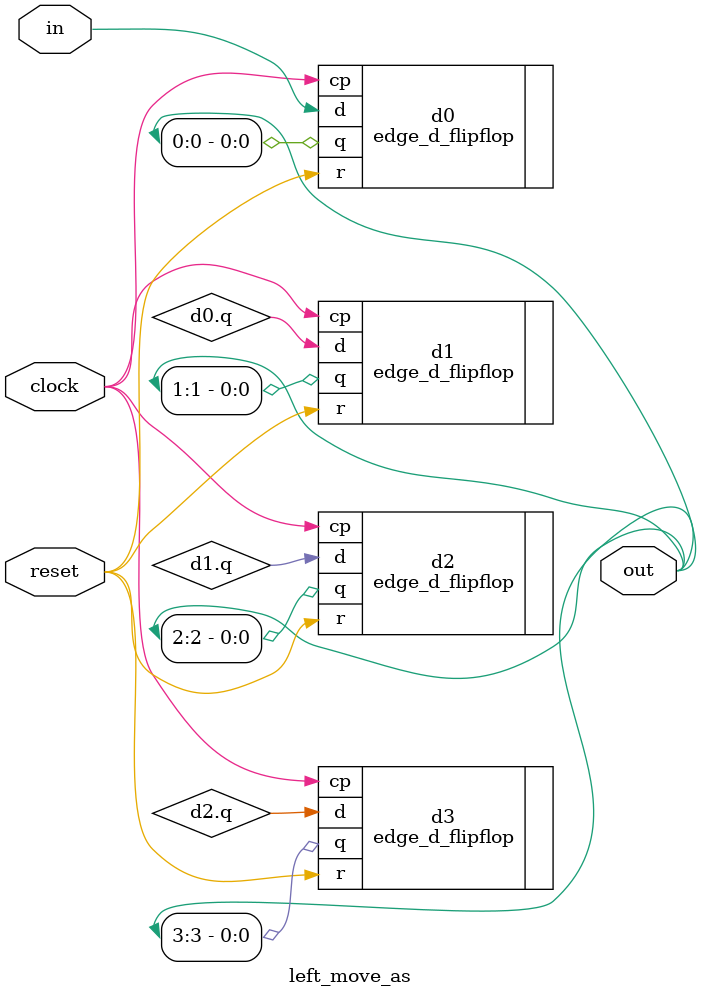
<source format=v>
module left_move_as(in, out, clock, reset);
input in, reset, clock;
output[3:0] out;

edge_d_flipflop d0(.d(in),   .cp(clock), .r(reset), .q(out[0]));
edge_d_flipflop d1(.d(d0.q), .cp(clock), .r(reset), .q(out[1]));
edge_d_flipflop d2(.d(d1.q), .cp(clock), .r(reset), .q(out[2]));
edge_d_flipflop d3(.d(d2.q), .cp(clock), .r(reset), .q(out[3]));

endmodule
</source>
